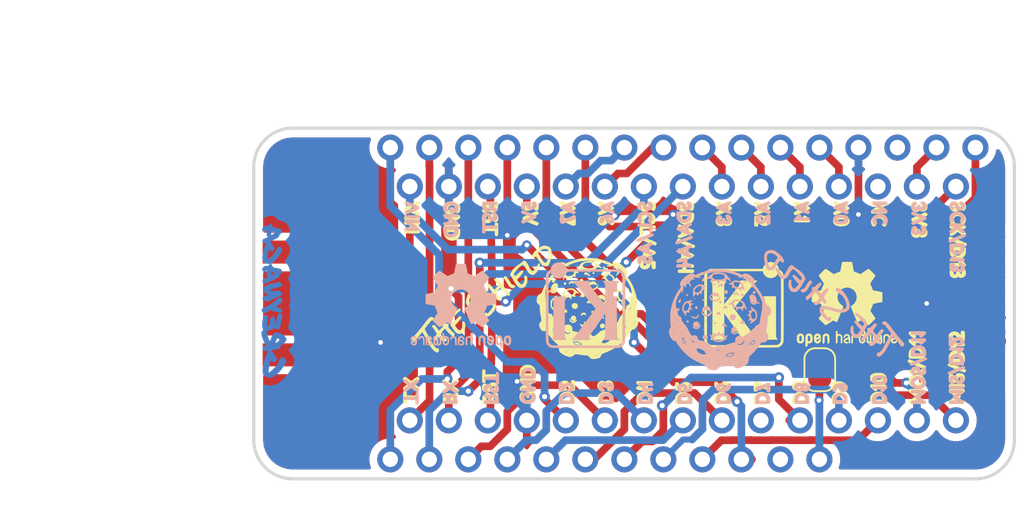
<source format=kicad_pcb>
(kicad_pcb (version 20171130) (host pcbnew 5.1.5-52549c5~84~ubuntu18.04.1)
  (layers (0 F.Cu signal) (31 B.Cu signal) (34 B.Paste user) (35 F.Paste user) (36 B.SilkS user) (37 F.SilkS user) (38 B.Mask user) (39 F.Mask user) (44 Edge.Cuts user))
  (net 0 "")
  (net 1 /TX)
  (net 2 /RX)
  (net 3 /A3)
  (net 4 /A2)
  (net 5 /A1)
  (net 6 /A0)
  (net 7 GND)
  (net 8 /AREF)
  (net 9 +3V3)
  (net 10 /EN)
  (net 11 /~RESET)
  (net 12 /A6)
  (net 13 /A7)
  (net 14 /SCK-D13)
  (net 15 /D2)
  (net 16 +5V)
  (net 17 /D10)
  (net 18 /D9)
  (net 19 /D8)
  (net 20 /D7)
  (net 21 /D6)
  (net 22 /D5)
  (net 23 /D3)
  (net 24 /SCL-A5)
  (net 25 /SDA-A4)
  (net 26 /D4)
  (net 27 /NC)
  (net 28 /D11-MOSI)
  (net 29 /D12-MISO)
  (net 30 /VIN)
  (net 31 "Net-(J2-Pad12)")
  (module NANO_FEATHER_R_1:PinHeader_1x16_P2.54mm_Vertical (layer B.Cu) (at 122.555 81.28 270)
    (fp_text reference J1 hide)
    (fp_text value "feather long" hide)
    (pad 1 thru_hole circle (at 0 0 270) (size 1.7 1.7) (drill 1) (layers *.Cu *.Mask) (net 15 /D2))
    (pad 2 thru_hole oval (at 0 -2.54 270) (size 1.7 1.7) (drill 1) (layers *.Cu *.Mask) (net 1 /TX))
    (pad 3 thru_hole oval (at 0 -5.08 270) (size 1.7 1.7) (drill 1) (layers *.Cu *.Mask) (net 2 /RX))
    (pad 4 thru_hole oval (at 0 -7.62 270) (size 1.7 1.7) (drill 1) (layers *.Cu *.Mask) (net 29 /D12-MISO))
    (pad 5 thru_hole oval (at 0 -10.16 270) (size 1.7 1.7) (drill 1) (layers *.Cu *.Mask) (net 28 /D11-MOSI))
    (pad 6 thru_hole oval (at 0 -12.7 270) (size 1.7 1.7) (drill 1) (layers *.Cu *.Mask) (net 14 /SCK-D13))
    (pad 7 thru_hole oval (at 0 -15.24 270) (size 1.7 1.7) (drill 1) (layers *.Cu *.Mask) (net 13 /A7))
    (pad 8 thru_hole oval (at 0 -17.78 270) (size 1.7 1.7) (drill 1) (layers *.Cu *.Mask) (net 12 /A6))
    (pad 9 thru_hole oval (at 0 -20.32 270) (size 1.7 1.7) (drill 1) (layers *.Cu *.Mask) (net 3 /A3))
    (pad 10 thru_hole oval (at 0 -22.86 270) (size 1.7 1.7) (drill 1) (layers *.Cu *.Mask) (net 4 /A2))
    (pad 11 thru_hole oval (at 0 -25.4 270) (size 1.7 1.7) (drill 1) (layers *.Cu *.Mask) (net 5 /A1))
    (pad 12 thru_hole oval (at 0 -27.94 270) (size 1.7 1.7) (drill 1) (layers *.Cu *.Mask) (net 6 /A0))
    (pad 13 thru_hole oval (at 0 -30.48 270) (size 1.7 1.7) (drill 1) (layers *.Cu *.Mask) (net 7 GND))
    (pad 14 thru_hole oval (at 0 -33.02 270) (size 1.7 1.7) (drill 1) (layers *.Cu *.Mask) (net 27 /NC))
    (pad 15 thru_hole oval (at 0 -35.56 270) (size 1.7 1.7) (drill 1) (layers *.Cu *.Mask) (net 9 +3V3))
    (pad 16 thru_hole oval (at 0 -38.1 270) (size 1.7 1.7) (drill 1) (layers *.Cu *.Mask) (net 11 /~RESET))
  )
  (module NANO_FEATHER_R_1:PinHeader_1x12_P2.54mm_Vertical (layer B.Cu) (at 122.555 101.6 270)
    (fp_text reference J2 hide)
    (fp_text value "feather short" hide)
    (pad 1 thru_hole circle (at 0 0 270) (size 1.7 1.7) (drill 1) (layers *.Cu *.Mask) (net 25 /SDA-A4))
    (pad 2 thru_hole oval (at 0 -2.54 270) (size 1.7 1.7) (drill 1) (layers *.Cu *.Mask) (net 24 /SCL-A5))
    (pad 3 thru_hole oval (at 0 -5.08 270) (size 1.7 1.7) (drill 1) (layers *.Cu *.Mask) (net 23 /D3))
    (pad 4 thru_hole oval (at 0 -7.62 270) (size 1.7 1.7) (drill 1) (layers *.Cu *.Mask) (net 26 /D4))
    (pad 5 thru_hole oval (at 0 -10.16 270) (size 1.7 1.7) (drill 1) (layers *.Cu *.Mask) (net 22 /D5))
    (pad 6 thru_hole oval (at 0 -12.7 270) (size 1.7 1.7) (drill 1) (layers *.Cu *.Mask) (net 21 /D6))
    (pad 7 thru_hole oval (at 0 -15.24 270) (size 1.7 1.7) (drill 1) (layers *.Cu *.Mask) (net 19 /D8))
    (pad 8 thru_hole oval (at 0 -17.78 270) (size 1.7 1.7) (drill 1) (layers *.Cu *.Mask) (net 18 /D9))
    (pad 9 thru_hole oval (at 0 -20.32 270) (size 1.7 1.7) (drill 1) (layers *.Cu *.Mask) (net 17 /D10))
    (pad 10 thru_hole oval (at 0 -22.86 270) (size 1.7 1.7) (drill 1) (layers *.Cu *.Mask) (net 16 +5V))
    (pad 11 thru_hole oval (at 0 -25.4 270) (size 1.7 1.7) (drill 1) (layers *.Cu *.Mask) (net 10 /EN))
    (pad 12 thru_hole oval (at 0 -27.94 270) (size 1.7 1.7) (drill 1) (layers *.Cu *.Mask) (net 31 "Net-(J2-Pad12)"))
  )
  (module NANO_FEATHER_R_1:PinSocket_1x15_P2.54mm_Vertical (layer F.Cu) (at 123.825 99.06 90)
    (fp_text reference J3 hide)
    (fp_text value Conn_01x15 hide)
    (pad 15 thru_hole oval (at 0 35.56 90) (size 1.7 1.7) (drill 1) (layers *.Cu *.Mask) (net 29 /D12-MISO))
    (pad 14 thru_hole oval (at 0 33.02 90) (size 1.7 1.7) (drill 1) (layers *.Cu *.Mask) (net 28 /D11-MOSI))
    (pad 13 thru_hole oval (at 0 30.48 90) (size 1.7 1.7) (drill 1) (layers *.Cu *.Mask) (net 17 /D10))
    (pad 12 thru_hole oval (at 0 27.94 90) (size 1.7 1.7) (drill 1) (layers *.Cu *.Mask) (net 18 /D9))
    (pad 11 thru_hole oval (at 0 25.4 90) (size 1.7 1.7) (drill 1) (layers *.Cu *.Mask) (net 19 /D8))
    (pad 10 thru_hole oval (at 0 22.86 90) (size 1.7 1.7) (drill 1) (layers *.Cu *.Mask) (net 20 /D7))
    (pad 9 thru_hole oval (at 0 20.32 90) (size 1.7 1.7) (drill 1) (layers *.Cu *.Mask) (net 21 /D6))
    (pad 8 thru_hole oval (at 0 17.78 90) (size 1.7 1.7) (drill 1) (layers *.Cu *.Mask) (net 22 /D5))
    (pad 7 thru_hole oval (at 0 15.24 90) (size 1.7 1.7) (drill 1) (layers *.Cu *.Mask) (net 26 /D4))
    (pad 6 thru_hole oval (at 0 12.7 90) (size 1.7 1.7) (drill 1) (layers *.Cu *.Mask) (net 23 /D3))
    (pad 5 thru_hole oval (at 0 10.16 90) (size 1.7 1.7) (drill 1) (layers *.Cu *.Mask) (net 15 /D2))
    (pad 4 thru_hole oval (at 0 7.62 90) (size 1.7 1.7) (drill 1) (layers *.Cu *.Mask) (net 7 GND))
    (pad 3 thru_hole oval (at 0 5.08 90) (size 1.7 1.7) (drill 1) (layers *.Cu *.Mask) (net 11 /~RESET))
    (pad 2 thru_hole oval (at 0 2.54 90) (size 1.7 1.7) (drill 1) (layers *.Cu *.Mask) (net 2 /RX))
    (pad 1 thru_hole circle (at 0 0 90) (size 1.7 1.7) (drill 1) (layers *.Cu *.Mask) (net 1 /TX))
  )
  (module NANO_FEATHER_R_1:PinSocket_1x15_P2.54mm_Vertical (layer F.Cu) (at 123.825 83.82 90)
    (fp_text reference J4 hide)
    (fp_text value Conn_01x15 hide)
    (pad 1 thru_hole circle (at 0 0 90) (size 1.7 1.7) (drill 1) (layers *.Cu *.Mask) (net 30 /VIN))
    (pad 2 thru_hole oval (at 0 2.54 90) (size 1.7 1.7) (drill 1) (layers *.Cu *.Mask) (net 7 GND))
    (pad 3 thru_hole oval (at 0 5.08 90) (size 1.7 1.7) (drill 1) (layers *.Cu *.Mask) (net 11 /~RESET))
    (pad 4 thru_hole oval (at 0 7.62 90) (size 1.7 1.7) (drill 1) (layers *.Cu *.Mask) (net 16 +5V))
    (pad 5 thru_hole oval (at 0 10.16 90) (size 1.7 1.7) (drill 1) (layers *.Cu *.Mask) (net 13 /A7))
    (pad 6 thru_hole oval (at 0 12.7 90) (size 1.7 1.7) (drill 1) (layers *.Cu *.Mask) (net 12 /A6))
    (pad 7 thru_hole oval (at 0 15.24 90) (size 1.7 1.7) (drill 1) (layers *.Cu *.Mask) (net 24 /SCL-A5))
    (pad 8 thru_hole oval (at 0 17.78 90) (size 1.7 1.7) (drill 1) (layers *.Cu *.Mask) (net 25 /SDA-A4))
    (pad 9 thru_hole oval (at 0 20.32 90) (size 1.7 1.7) (drill 1) (layers *.Cu *.Mask) (net 3 /A3))
    (pad 10 thru_hole oval (at 0 22.86 90) (size 1.7 1.7) (drill 1) (layers *.Cu *.Mask) (net 4 /A2))
    (pad 11 thru_hole oval (at 0 25.4 90) (size 1.7 1.7) (drill 1) (layers *.Cu *.Mask) (net 5 /A1))
    (pad 12 thru_hole oval (at 0 27.94 90) (size 1.7 1.7) (drill 1) (layers *.Cu *.Mask) (net 6 /A0))
    (pad 13 thru_hole oval (at 0 30.48 90) (size 1.7 1.7) (drill 1) (layers *.Cu *.Mask) (net 8 /AREF))
    (pad 14 thru_hole oval (at 0 33.02 90) (size 1.7 1.7) (drill 1) (layers *.Cu *.Mask) (net 9 +3V3))
    (pad 15 thru_hole oval (at 0 35.56 90) (size 1.7 1.7) (drill 1) (layers *.Cu *.Mask) (net 14 /SCK-D13))
  )
  (module NANO_FEATHER_R_1:JST-PH_S2B-PH-SM4-TB (layer F.Cu) (at 118.745 91.44 270)
    (fp_text reference J5)
    (fp_text value Conn_01x02)
    (pad 2 smd roundrect (at 1 -2.95 270) (size 1 3.5) (layers F.Cu F.Paste F.Mask) (roundrect_rratio 0.015) (net 7 GND))
    (pad 1 smd rect (at -1 -2.95 270) (size 1 3.5) (layers F.Cu F.Paste F.Mask) (net 30 /VIN))
    (pad 3 smd roundrect (at 3.35 2.8 270) (size 1.5 3.4) (layers F.Cu F.Paste F.Mask) (roundrect_rratio 0.015))
    (pad 4 smd roundrect (at -3.35 2.8 270) (size 1.5 3.4) (layers F.Cu F.Paste F.Mask) (roundrect_rratio 0.015))
  )
  (module NANO_FEATHER_R_1:Feather_CU (layer F.Cu) (at 161.925 92.075 90)
    (fp_text reference U1 hide)
    (fp_text value Feather_Cu hide)
    (fp_poly (pts (xy -2.121746 -0.890829) (xy -2.038408 -0.837713) (xy -1.955742 -0.758164) (xy -1.879104 -0.659529) (xy -1.81385 -0.549155) (xy -1.765337 -0.434388) (xy -1.738924 -0.322574) (xy -1.735666 -0.272847) (xy -1.738485 -0.207998) (xy -1.752034 -0.161884) (xy -1.783956 -0.117659) (xy -1.825625 -0.07453) (xy -1.884614 -0.023438) (xy -1.953312 0.018882) (xy -2.043911 0.05919) (xy -2.113835 0.085212) (xy -2.203348 0.117771) (xy -2.258321 0.140529) (xy -2.28439 0.157039) (xy -2.287187 0.170855) (xy -2.272585 0.18535) (xy -2.1751 0.244605) (xy -2.054956 0.290804) (xy -1.902799 0.327493) (xy -1.892231 0.32951) (xy -1.803766 0.347442) (xy -1.728303 0.365031) (xy -1.677732 0.379415) (xy -1.666875 0.383761) (xy -1.642516 0.390417) (xy -1.63196 0.371196) (xy -1.629833 0.324516) (xy -1.61883 0.25939) (xy -1.588051 0.168793) (xy -1.545166 0.071587) (xy -1.500255 -0.023982) (xy -1.473562 -0.089825) (xy -1.463162 -0.133448) (xy -1.467128 -0.162358) (xy -1.480361 -0.180976) (xy -1.494332 -0.21226) (xy -1.508161 -0.270047) (xy -1.51456 -0.310116) (xy -1.521156 -0.375905) (xy -1.516417 -0.414147) (xy -1.496789 -0.438905) (xy -1.478824 -0.45157) (xy -1.428512 -0.474409) (xy -1.345452 -0.501422) (xy -1.238741 -0.530382) (xy -1.117478 -0.559063) (xy -0.990762 -0.585239) (xy -0.867691 -0.606683) (xy -0.812269 -0.614683) (xy -0.720801 -0.626239) (xy -0.661302 -0.630999) (xy -0.623836 -0.628153) (xy -0.598463 -0.616894) (xy -0.575248 -0.596413) (xy -0.574144 -0.595312) (xy -0.535472 -0.56308) (xy -0.508 -0.550334) (xy -0.492998 -0.531976) (xy -0.486833 -0.48837) (xy -0.506846 -0.421488) (xy -0.566549 -0.368275) (xy -0.665444 -0.329103) (xy -0.715661 -0.31749) (xy -0.80382 -0.298097) (xy -0.892946 -0.275296) (xy -0.931333 -0.264101) (xy -1.003092 -0.243089) (xy -1.068148 -0.226272) (xy -1.084791 -0.222609) (xy -1.129665 -0.202318) (xy -1.143 -0.176594) (xy -1.137811 -0.159301) (xy -1.116562 -0.15085) (xy -1.070727 -0.15013) (xy -0.99178 -0.156033) (xy -0.987805 -0.156391) (xy -0.83261 -0.170455) (xy -0.754972 -0.097232) (xy -0.709939 -0.04865) (xy -0.681923 -0.00666) (xy -0.677333 0.008733) (xy -0.694469 0.035975) (xy -0.738936 0.073352) (xy -0.788458 0.105206) (xy -0.85313 0.139069) (xy -0.91041 0.158404) (xy -0.977158 0.167122) (xy -1.063936 0.169134) (xy -1.146916 0.169944) (xy -1.198616 0.174589) (xy -1.230089 0.186766) (xy -1.252387 0.210172) (xy -1.270232 0.238125) (xy -1.297488 0.286623) (xy -1.311681 0.319285) (xy -1.312254 0.322791) (xy -1.292802 0.333667) (xy -1.239807 0.33814) (xy -1.16152 0.33653) (xy -1.066194 0.32916) (xy -0.962081 0.316351) (xy -0.902404 0.306816) (xy -0.719762 0.274966) (xy -0.646662 0.352467) (xy -0.602204 0.406382) (xy -0.589599 0.448809) (xy -0.609765 0.491849) (xy -0.661316 0.545452) (xy -0.721437 0.581056) (xy -0.819488 0.612902) (xy -0.951156 0.639958) (xy -1.112125 0.661191) (xy -1.166731 0.66638) (xy -1.323669 0.669301) (xy -1.446685 0.64763) (xy -1.53642 0.60122) (xy -1.563262 0.575554) (xy -1.595519 0.540343) (xy -1.606853 0.536024) (xy -1.603481 0.561001) (xy -1.60248 0.565465) (xy -1.610823 0.622369) (xy -1.641582 0.666007) (xy -1.708122 0.706746) (xy -1.805235 0.718677) (xy -1.932482 0.701807) (xy -2.084916 0.657715) (xy -2.267028 0.587347) (xy -2.415594 0.514692) (xy -2.52238 0.4445) (xy -1.629833 0.4445) (xy -1.622089 0.461922) (xy -1.615722 0.458611) (xy -1.613189 0.433491) (xy -1.615722 0.430388) (xy -1.628306 0.433294) (xy -1.629833 0.4445) (xy -2.52238 0.4445) (xy -2.52649 0.441799) (xy -2.536982 0.433207) (xy -2.57904 0.399202) (xy -2.598124 0.391388) (xy -2.603297 0.408277) (xy -2.6035 0.422294) (xy -2.612938 0.469218) (xy -2.636469 0.530949) (xy -2.645351 0.549388) (xy -2.69741 0.617085) (xy -2.762413 0.649704) (xy -2.832645 0.6445) (xy -2.865742 0.627897) (xy -2.908259 0.578817) (xy -2.940047 0.501883) (xy -2.957144 0.411029) (xy -2.955586 0.320192) (xy -2.954773 0.314797) (xy -2.940769 0.22722) (xy -3.015837 0.293131) (xy -3.064305 0.333379) (xy -3.112079 0.36607) (xy -3.166956 0.394556) (xy -3.236735 0.422186) (xy -3.329215 0.452312) (xy -3.452195 0.488286) (xy -3.504157 0.502954) (xy -3.750142 0.567202) (xy -3.961604 0.612202) (xy -4.137885 0.637871) (xy -4.278329 0.644131) (xy -4.382277 0.6309) (xy -4.423833 0.615194) (xy -4.531041 0.536152) (xy -4.611896 0.427152) (xy -4.663526 0.293462) (xy -4.683056 0.14035) (xy -4.683062 0.139945) (xy -4.665814 0.03474) (xy -4.613664 -0.08318) (xy -4.530426 -0.209396) (xy -4.41991 -0.339493) (xy -4.285929 -0.469052) (xy -4.132293 -0.593656) (xy -3.962814 -0.708889) (xy -3.937 -0.724649) (xy -3.853717 -0.77559) (xy -3.779118 -0.822696) (xy -3.724152 -0.858986) (xy -3.706604 -0.87154) (xy -3.659707 -0.896716) (xy -3.609477 -0.909108) (xy -3.570194 -0.906908) (xy -3.556 -0.890586) (xy -3.539029 -0.869795) (xy -3.495868 -0.838931) (xy -3.466362 -0.821559) (xy -3.408478 -0.784188) (xy -3.378163 -0.745062) (xy -3.363095 -0.688259) (xy -3.363067 -0.688089) (xy -3.356344 -0.629111) (xy -3.356663 -0.587329) (xy -3.358052 -0.581547) (xy -3.37988 -0.562496) (xy -3.430628 -0.531143) (xy -3.500877 -0.493133) (xy -3.530138 -0.478408) (xy -3.629512 -0.426292) (xy -3.735999 -0.36562) (xy -3.827335 -0.309099) (xy -3.831166 -0.306569) (xy -3.918662 -0.240819) (xy -4.020006 -0.152701) (xy -4.124068 -0.053036) (xy -4.21972 0.047353) (xy -4.295832 0.137647) (xy -4.315285 0.164129) (xy -4.344131 0.209459) (xy -4.348331 0.232992) (xy -4.329838 0.245863) (xy -4.329637 0.245941) (xy -4.2801 0.252648) (xy -4.197926 0.250023) (xy -4.091562 0.23895) (xy -3.969454 0.220311) (xy -3.871191 0.201083) (xy -2.942166 0.201083) (xy -2.931583 0.211666) (xy -2.921 0.201083) (xy -2.931583 0.1905) (xy -2.942166 0.201083) (xy -3.871191 0.201083) (xy -3.840048 0.194989) (xy -3.83815 0.194575) (xy -3.728292 0.170009) (xy -3.654576 0.150388) (xy -3.611742 0.131818) (xy -3.594529 0.110409) (xy -3.59768 0.082267) (xy -3.615934 0.043499) (xy -3.621054 0.033904) (xy -3.645575 -0.02215) (xy -3.655076 -0.065717) (xy -3.653776 -0.075134) (xy -3.657495 -0.104702) (xy -3.66683 -0.111027) (xy -3.682872 -0.131917) (xy -3.66651 -0.168031) (xy -3.621839 -0.213143) (xy -3.578837 -0.244824) (xy -3.493752 -0.301131) (xy -3.332939 -0.219357) (xy -3.234864 -0.163267) (xy -3.130852 -0.094053) (xy -3.043039 -0.026468) (xy -3.041271 -0.024951) (xy -2.975565 0.029793) (xy -2.934617 0.058357) (xy -2.912634 0.063863) (xy -2.903822 0.049433) (xy -2.903769 0.049132) (xy -2.892785 -0.00798) (xy -2.876059 -0.087326) (xy -2.855794 -0.17931) (xy -2.847135 -0.217402) (xy -2.431879 -0.217402) (xy -2.428455 -0.196091) (xy -2.392496 -0.197033) (xy -2.321668 -0.21819) (xy -2.247269 -0.244983) (xy -2.163405 -0.280164) (xy -2.118547 -0.31221) (xy -2.110278 -0.346715) (xy -2.136178 -0.389274) (xy -2.17001 -0.423735) (xy -2.202043 -0.449574) (xy -2.229841 -0.455591) (xy -2.261091 -0.438004) (xy -2.303479 -0.393028) (xy -2.350468 -0.334919) (xy -2.405105 -0.262999) (xy -2.431879 -0.217402) (xy -2.847135 -0.217402) (xy -2.834191 -0.27434) (xy -2.813451 -0.362821) (xy -2.795775 -0.43516) (xy -2.783365 -0.481762) (xy -2.779233 -0.493603) (xy -2.752327 -0.504152) (xy -2.707043 -0.503149) (xy -2.672624 -0.501516) (xy -2.641452 -0.511413) (xy -2.607156 -0.538228) (xy -2.563366 -0.587351) (xy -2.50371 -0.664169) (xy -2.481227 -0.694143) (xy -2.393409 -0.797371) (xy -2.308953 -0.869082) (xy -2.232266 -0.905889) (xy -2.200397 -0.910167) (xy -2.121746 -0.890829)) (layer F.Cu) (width 0.01))
    (fp_poly (pts (xy 0.399473 -0.64259) (xy 0.450289 -0.608064) (xy 0.477986 -0.58455) (xy 0.521119 -0.539313) (xy 0.541378 -0.497844) (xy 0.536894 -0.453236) (xy 0.505799 -0.39858) (xy 0.446224 -0.32697) (xy 0.392804 -0.269594) (xy 0.302452 -0.162072) (xy 0.19943 -0.016647) (xy 0.085061 0.16463) (xy -0.039333 0.379708) (xy -0.115259 0.518583) (xy -0.176668 0.623768) (xy -0.227273 0.690613) (xy -0.266328 0.718174) (xy -0.27392 0.718838) (xy -0.299649 0.710599) (xy -0.346072 0.69172) (xy -0.349763 0.690119) (xy -0.408978 0.645739) (xy -0.45171 0.580077) (xy -0.465666 0.519735) (xy -0.456433 0.489891) (xy -0.431499 0.431902) (xy -0.395017 0.355014) (xy -0.363953 0.29319) (xy -0.26224 0.09525) (xy -0.309448 0.025684) (xy -0.340931 -0.032705) (xy -0.36812 -0.111423) (xy -0.392701 -0.216944) (xy -0.416361 -0.355741) (xy -0.425827 -0.421183) (xy -0.436109 -0.503077) (xy -0.438154 -0.554606) (xy -0.430883 -0.58713) (xy -0.413214 -0.612007) (xy -0.407081 -0.618327) (xy -0.381286 -0.64127) (xy -0.35702 -0.647287) (xy -0.320402 -0.635724) (xy -0.269717 -0.611835) (xy -0.21077 -0.579194) (xy -0.170171 -0.542704) (xy -0.141603 -0.492157) (xy -0.118752 -0.417349) (xy -0.101848 -0.340571) (xy -0.074083 -0.204892) (xy 0.000459 -0.31149) (xy 0.093153 -0.434849) (xy 0.18131 -0.534621) (xy 0.260888 -0.606966) (xy 0.327845 -0.648046) (xy 0.363365 -0.656167) (xy 0.399473 -0.64259)) (layer F.Cu) (width 0.01))
    (fp_poly (pts (xy 3.66816 -0.622863) (xy 3.722347 -0.592652) (xy 3.776264 -0.553667) (xy 3.816923 -0.515209) (xy 3.831456 -0.488366) (xy 3.837112 -0.440502) (xy 3.843871 -0.409894) (xy 3.844881 -0.387472) (xy 3.83111 -0.364956) (xy 3.79665 -0.337563) (xy 3.735591 -0.300511) (xy 3.651264 -0.254008) (xy 3.42846 -0.117567) (xy 3.244096 0.030529) (xy 3.099912 0.18669) (xy 3.005365 0.306916) (xy 3.127224 0.3175) (xy 3.19474 0.321182) (xy 3.243355 0.319761) (xy 3.259667 0.315328) (xy 3.285106 0.305429) (xy 3.338339 0.294262) (xy 3.376084 0.288531) (xy 3.461342 0.27398) (xy 3.547163 0.254483) (xy 3.57127 0.247774) (xy 3.660624 0.221059) (xy 3.629479 0.161026) (xy 3.60742 0.110356) (xy 3.598334 0.073427) (xy 3.58277 0.042498) (xy 3.574132 0.037793) (xy 3.560491 0.017505) (xy 3.575819 -0.017253) (xy 3.61381 -0.057544) (xy 3.667034 -0.093832) (xy 3.738653 -0.132401) (xy 3.89742 -0.045265) (xy 3.977731 0.001837) (xy 4.049034 0.048997) (xy 4.098582 0.087647) (xy 4.106117 0.095019) (xy 4.146047 0.130982) (xy 4.176755 0.14772) (xy 4.178815 0.147879) (xy 4.196354 0.129557) (xy 4.222842 0.084666) (xy 4.594595 0.084666) (xy 4.676816 0.084666) (xy 4.738628 0.081682) (xy 4.78514 0.074332) (xy 4.790411 0.072627) (xy 4.807668 0.050234) (xy 4.80623 0.000577) (xy 4.785682 -0.080533) (xy 4.770616 -0.126862) (xy 4.753802 -0.137133) (xy 4.722239 -0.110485) (xy 4.675212 -0.046161) (xy 4.636218 0.015875) (xy 4.594595 0.084666) (xy 4.222842 0.084666) (xy 4.22535 0.080416) (xy 4.261192 0.008798) (xy 4.28625 -0.046482) (xy 4.350628 -0.187867) (xy 4.40496 -0.292503) (xy 4.451742 -0.364078) (xy 4.493469 -0.406276) (xy 4.532638 -0.422783) (xy 4.541412 -0.423334) (xy 4.599482 -0.441946) (xy 4.666139 -0.493807) (xy 4.734023 -0.572952) (xy 4.744715 -0.58805) (xy 4.767459 -0.616139) (xy 4.79299 -0.626176) (xy 4.835582 -0.620425) (xy 4.878987 -0.609344) (xy 4.955869 -0.580383) (xy 5.00467 -0.536822) (xy 5.033596 -0.468493) (xy 5.046174 -0.402167) (xy 5.05785 -0.331545) (xy 5.075151 -0.240169) (xy 5.093131 -0.153459) (xy 5.113052 -0.071679) (xy 5.131008 -0.024136) (xy 5.150642 -0.003109) (xy 5.165582 0) (xy 5.21117 0.010752) (xy 5.266494 0.037261) (xy 5.317498 0.070902) (xy 5.350128 0.103052) (xy 5.355167 0.116314) (xy 5.340352 0.14578) (xy 5.302913 0.188459) (xy 5.281366 0.208579) (xy 5.236099 0.252436) (xy 5.217061 0.289759) (xy 5.216722 0.33956) (xy 5.219731 0.36423) (xy 5.212717 0.462551) (xy 5.167148 0.551801) (xy 5.08671 0.625679) (xy 5.05593 0.64412) (xy 5.001357 0.669285) (xy 4.959537 0.672327) (xy 4.912606 0.65697) (xy 4.868493 0.630687) (xy 4.85458 0.604446) (xy 4.855219 0.602213) (xy 4.848944 0.569471) (xy 4.824573 0.538458) (xy 4.790074 0.49957) (xy 4.792829 0.471306) (xy 4.834605 0.443623) (xy 4.841875 0.440078) (xy 4.885731 0.409326) (xy 4.900518 0.379344) (xy 4.885598 0.359895) (xy 4.847167 0.359286) (xy 4.796871 0.364915) (xy 4.72331 0.368796) (xy 4.668 0.369869) (xy 4.594629 0.367964) (xy 4.551772 0.35914) (xy 4.527754 0.339933) (xy 4.519384 0.325805) (xy 4.497046 0.299022) (xy 4.472811 0.307674) (xy 4.444917 0.353758) (xy 4.4116 0.439269) (xy 4.406825 0.45325) (xy 4.378228 0.525942) (xy 4.347086 0.587271) (xy 4.328591 0.613825) (xy 4.275184 0.647748) (xy 4.211591 0.654367) (xy 4.15036 0.637249) (xy 4.10404 0.599961) (xy 4.085178 0.54607) (xy 4.085167 0.544624) (xy 4.073535 0.507017) (xy 4.063943 0.497381) (xy 4.054247 0.46916) (xy 4.063561 0.44532) (xy 4.074294 0.421948) (xy 4.066053 0.417615) (xy 4.031052 0.43221) (xy 4.00541 0.444482) (xy 3.949058 0.466851) (xy 3.861605 0.495915) (xy 3.75318 0.528767) (xy 3.633915 0.562502) (xy 3.513937 0.594216) (xy 3.403377 0.621002) (xy 3.34801 0.633042) (xy 3.177252 0.656077) (xy 3.035553 0.648692) (xy 2.921993 0.610355) (xy 2.835651 0.540533) (xy 2.775605 0.438695) (xy 2.740935 0.304307) (xy 2.737748 0.280321) (xy 2.725247 0.17477) (xy 2.659082 0.21868) (xy 2.617388 0.251234) (xy 2.600103 0.285978) (xy 2.59939 0.34104) (xy 2.60041 0.354429) (xy 2.599037 0.428629) (xy 2.586209 0.496943) (xy 2.58174 0.509433) (xy 2.534436 0.581251) (xy 2.466103 0.634215) (xy 2.38855 0.662531) (xy 2.313585 0.660402) (xy 2.291292 0.651964) (xy 2.254715 0.621023) (xy 2.243667 0.592712) (xy 2.228912 0.552112) (xy 2.201833 0.519035) (xy 2.17268 0.479601) (xy 2.182123 0.453138) (xy 2.223005 0.4445) (xy 2.257679 0.430868) (xy 2.287336 0.400166) (xy 2.299782 0.367682) (xy 2.294779 0.354501) (xy 2.269103 0.351793) (xy 2.219252 0.358818) (xy 2.205565 0.361796) (xy 2.089056 0.380062) (xy 1.993962 0.377135) (xy 1.926794 0.353574) (xy 1.9072 0.336126) (xy 1.870864 0.291253) (xy 1.835815 0.344745) (xy 1.808684 0.39913) (xy 1.783148 0.470572) (xy 1.776525 0.494508) (xy 1.739179 0.581719) (xy 1.681545 0.635806) (xy 1.607713 0.653267) (xy 1.592254 0.652163) (xy 1.539947 0.628763) (xy 1.491844 0.580091) (xy 1.458342 0.520578) (xy 1.449834 0.464657) (xy 1.451545 0.456808) (xy 1.458041 0.437795) (xy 1.470115 0.407721) (xy 1.489537 0.362653) (xy 1.518079 0.298662) (xy 1.55751 0.211816) (xy 1.609601 0.098185) (xy 1.615831 0.084666) (xy 1.986958 0.084666) (xy 2.082313 0.084666) (xy 2.14239 0.08057) (xy 2.182717 0.070237) (xy 2.190079 0.064585) (xy 2.19264 0.033611) (xy 2.184928 -0.021884) (xy 2.178026 -0.052651) (xy 2.16194 -0.109865) (xy 2.148085 -0.132581) (xy 2.130068 -0.127747) (xy 2.118128 -0.117739) (xy 2.085957 -0.079631) (xy 2.047704 -0.022461) (xy 2.034826 -0.000503) (xy 1.986958 0.084666) (xy 1.615831 0.084666) (xy 1.676123 -0.046162) (xy 1.7541 -0.214894) (xy 1.802554 -0.312251) (xy 1.84367 -0.375308) (xy 1.882782 -0.410158) (xy 1.925225 -0.422892) (xy 1.936621 -0.423334) (xy 1.98705 -0.442663) (xy 2.053138 -0.500816) (xy 2.078919 -0.529115) (xy 2.171453 -0.634896) (xy 2.286935 -0.597906) (xy 2.352312 -0.575455) (xy 2.388664 -0.553654) (xy 2.407341 -0.520433) (xy 2.419696 -0.46372) (xy 2.421235 -0.455084) (xy 2.447999 -0.307167) (xy 2.469648 -0.195799) (xy 2.487802 -0.115736) (xy 2.504083 -0.061732) (xy 2.520111 -0.028544) (xy 2.537508 -0.010926) (xy 2.557894 -0.003634) (xy 2.560907 -0.003163) (xy 2.616455 0.014679) (xy 2.66999 0.044462) (xy 2.718898 0.07484) (xy 2.753577 0.078459) (xy 2.784998 0.05153) (xy 2.823427 -0.008529) (xy 2.863581 -0.064343) (xy 2.92547 -0.135911) (xy 2.998636 -0.211502) (xy 3.035654 -0.246654) (xy 3.107846 -0.308139) (xy 3.195891 -0.375725) (xy 3.292245 -0.444455) (xy 3.389366 -0.509373) (xy 3.479707 -0.565522) (xy 3.555727 -0.607944) (xy 3.60988 -0.631684) (xy 3.626691 -0.635) (xy 3.66816 -0.622863)) (layer F.Cu) (width 0.01))
    (fp_poly (pts (xy 1.335828 -0.643134) (xy 1.379237 -0.614506) (xy 1.392099 -0.604126) (xy 1.437408 -0.569698) (xy 1.470185 -0.551294) (xy 1.474867 -0.550334) (xy 1.497254 -0.533868) (xy 1.527128 -0.493595) (xy 1.530955 -0.487277) (xy 1.554062 -0.436674) (xy 1.555768 -0.386582) (xy 1.545286 -0.33911) (xy 1.527444 -0.286434) (xy 1.510229 -0.256554) (xy 1.505428 -0.254) (xy 1.495197 -0.234561) (xy 1.482167 -0.182563) (xy 1.468521 -0.107486) (xy 1.462774 -0.068792) (xy 1.422135 0.142668) (xy 1.364215 0.316975) (xy 1.289273 0.453549) (xy 1.19757 0.551814) (xy 1.176519 0.567315) (xy 1.102366 0.606632) (xy 1.035578 0.613173) (xy 0.96827 0.585228) (xy 0.892558 0.521086) (xy 0.873656 0.501593) (xy 0.818819 0.43948) (xy 0.775611 0.382939) (xy 0.753078 0.343849) (xy 0.752743 0.342843) (xy 0.735798 0.30663) (xy 0.723532 0.296496) (xy 0.703375 0.31427) (xy 0.674481 0.358938) (xy 0.643554 0.417979) (xy 0.617299 0.47887) (xy 0.604619 0.518583) (xy 0.573546 0.588303) (xy 0.524484 0.637881) (xy 0.469832 0.656166) (xy 0.424481 0.641095) (xy 0.39733 0.619125) (xy 0.353398 0.55603) (xy 0.313375 0.476802) (xy 0.284819 0.398533) (xy 0.275167 0.342806) (xy 0.284238 0.306108) (xy 0.30973 0.237657) (xy 0.349065 0.143529) (xy 0.39966 0.0298) (xy 0.458936 -0.097454) (xy 0.486834 -0.15561) (xy 0.547341 -0.281518) (xy 0.601105 -0.395078) (xy 0.645515 -0.490638) (xy 0.67796 -0.562544) (xy 0.69583 -0.605144) (xy 0.6985 -0.61399) (xy 0.710304 -0.632728) (xy 0.748235 -0.627352) (xy 0.816075 -0.597265) (xy 0.821052 -0.594727) (xy 0.92204 -0.527172) (xy 0.98264 -0.447925) (xy 1.003601 -0.355287) (xy 0.985671 -0.247564) (xy 0.98069 -0.232834) (xy 0.968619 -0.180527) (xy 0.959978 -0.107885) (xy 0.954951 -0.025481) (xy 0.953719 0.056112) (xy 0.956467 0.126323) (xy 0.963377 0.174579) (xy 0.973367 0.1905) (xy 1.006623 0.171284) (xy 1.045245 0.119379) (xy 1.085319 0.043401) (xy 1.122928 -0.048037) (xy 1.154155 -0.14632) (xy 1.175085 -0.242834) (xy 1.177292 -0.2581) (xy 1.190802 -0.330126) (xy 1.212326 -0.413565) (xy 1.238358 -0.49791) (xy 1.265391 -0.572657) (xy 1.289917 -0.627301) (xy 1.308428 -0.651335) (xy 1.308597 -0.651394) (xy 1.335828 -0.643134)) (layer F.Cu) (width 0.01))
  )
  (module NANO_FEATHER_R_1:Feather_Silks (layer F.Cu) (at 141.6812 91.3384)
    (fp_text reference U2 hide)
    (fp_text value Feather_Silks hide)
  )
  (module NANO_FEATHER_R_1:Ki-2500 (layer F.Cu) (at 145.5928 91.5416)
    (fp_text reference U3 hide)
    (fp_text value KiCadLogo hide)
  )
  (module NANO_FEATHER_R_1:Moon_Firma_SilkS (layer F.Cu) (at 135.89 91.44)
    (fp_text reference U4 hide)
    (fp_text value Moon_Firma hide)
  )
  (module NANO_FEATHER_R_1:Moon_The_Shield_SilkS (layer F.Cu) (at 129.794 91.44)
    (fp_text reference U5 hide)
    (fp_text value Feather_Silks hide)
  )
  (module NANO_FEATHER_R_1:OSHW-Logo2_7.3x6mm_SilkScreen (layer F.Cu) (at 152.2984 91.4908)
    (fp_text reference U6 hide)
    (fp_text value KiCadLogo hide)
  )
  (module NANO_FEATHER_R_1:Feather_CU (layer B.Cu) (at 114.8842 91.5924 90)
    (fp_text reference U7 hide)
    (fp_text value Feather_Cu hide)
    (fp_poly (pts (xy -2.121746 0.890829) (xy -2.038408 0.837713) (xy -1.955742 0.758164) (xy -1.879104 0.659529) (xy -1.81385 0.549155) (xy -1.765337 0.434388) (xy -1.738924 0.322574) (xy -1.735666 0.272847) (xy -1.738485 0.207998) (xy -1.752034 0.161884) (xy -1.783956 0.117659) (xy -1.825625 0.07453) (xy -1.884614 0.023438) (xy -1.953312 -0.018882) (xy -2.043911 -0.05919) (xy -2.113835 -0.085212) (xy -2.203348 -0.117771) (xy -2.258321 -0.140529) (xy -2.28439 -0.157039) (xy -2.287187 -0.170855) (xy -2.272585 -0.18535) (xy -2.1751 -0.244605) (xy -2.054956 -0.290804) (xy -1.902799 -0.327493) (xy -1.892231 -0.32951) (xy -1.803766 -0.347442) (xy -1.728303 -0.365031) (xy -1.677732 -0.379415) (xy -1.666875 -0.383761) (xy -1.642516 -0.390417) (xy -1.63196 -0.371196) (xy -1.629833 -0.324516) (xy -1.61883 -0.25939) (xy -1.588051 -0.168793) (xy -1.545166 -0.071587) (xy -1.500255 0.023982) (xy -1.473562 0.089825) (xy -1.463162 0.133448) (xy -1.467128 0.162358) (xy -1.480361 0.180976) (xy -1.494332 0.21226) (xy -1.508161 0.270047) (xy -1.51456 0.310116) (xy -1.521156 0.375905) (xy -1.516417 0.414147) (xy -1.496789 0.438905) (xy -1.478824 0.45157) (xy -1.428512 0.474409) (xy -1.345452 0.501422) (xy -1.238741 0.530382) (xy -1.117478 0.559063) (xy -0.990762 0.585239) (xy -0.867691 0.606683) (xy -0.812269 0.614683) (xy -0.720801 0.626239) (xy -0.661302 0.630999) (xy -0.623836 0.628153) (xy -0.598463 0.616894) (xy -0.575248 0.596413) (xy -0.574144 0.595312) (xy -0.535472 0.56308) (xy -0.508 0.550334) (xy -0.492998 0.531976) (xy -0.486833 0.48837) (xy -0.506846 0.421488) (xy -0.566549 0.368275) (xy -0.665444 0.329103) (xy -0.715661 0.31749) (xy -0.80382 0.298097) (xy -0.892946 0.275296) (xy -0.931333 0.264101) (xy -1.003092 0.243089) (xy -1.068148 0.226272) (xy -1.084791 0.222609) (xy -1.129665 0.202318) (xy -1.143 0.176594) (xy -1.137811 0.159301) (xy -1.116562 0.15085) (xy -1.070727 0.15013) (xy -0.99178 0.156033) (xy -0.987805 0.156391) (xy -0.83261 0.170455) (xy -0.754972 0.097232) (xy -0.709939 0.04865) (xy -0.681923 0.00666) (xy -0.677333 -0.008733) (xy -0.694469 -0.035975) (xy -0.738936 -0.073352) (xy -0.788458 -0.105206) (xy -0.85313 -0.139069) (xy -0.91041 -0.158404) (xy -0.977158 -0.167122) (xy -1.063936 -0.169134) (xy -1.146916 -0.169944) (xy -1.198616 -0.174589) (xy -1.230089 -0.186766) (xy -1.252387 -0.210172) (xy -1.270232 -0.238125) (xy -1.297488 -0.286623) (xy -1.311681 -0.319285) (xy -1.312254 -0.322791) (xy -1.292802 -0.333667) (xy -1.239807 -0.33814) (xy -1.16152 -0.33653) (xy -1.066194 -0.32916) (xy -0.962081 -0.316351) (xy -0.902404 -0.306816) (xy -0.719762 -0.274966) (xy -0.646662 -0.352467) (xy -0.602204 -0.406382) (xy -0.589599 -0.448809) (xy -0.609765 -0.491849) (xy -0.661316 -0.545452) (xy -0.721437 -0.581056) (xy -0.819488 -0.612902) (xy -0.951156 -0.639958) (xy -1.112125 -0.661191) (xy -1.166731 -0.66638) (xy -1.323669 -0.669301) (xy -1.446685 -0.64763) (xy -1.53642 -0.60122) (xy -1.563262 -0.575554) (xy -1.595519 -0.540343) (xy -1.606853 -0.536024) (xy -1.603481 -0.561001) (xy -1.60248 -0.565465) (xy -1.610823 -0.622369) (xy -1.641582 -0.666007) (xy -1.708122 -0.706746) (xy -1.805235 -0.718677) (xy -1.932482 -0.701807) (xy -2.084916 -0.657715) (xy -2.267028 -0.587347) (xy -2.415594 -0.514692) (xy -2.52238 -0.4445) (xy -1.629833 -0.4445) (xy -1.622089 -0.461922) (xy -1.615722 -0.458611) (xy -1.613189 -0.433491) (xy -1.615722 -0.430388) (xy -1.628306 -0.433294) (xy -1.629833 -0.4445) (xy -2.52238 -0.4445) (xy -2.52649 -0.441799) (xy -2.536982 -0.433207) (xy -2.57904 -0.399202) (xy -2.598124 -0.391388) (xy -2.603297 -0.408277) (xy -2.6035 -0.422294) (xy -2.612938 -0.469218) (xy -2.636469 -0.530949) (xy -2.645351 -0.549388) (xy -2.69741 -0.617085) (xy -2.762413 -0.649704) (xy -2.832645 -0.6445) (xy -2.865742 -0.627897) (xy -2.908259 -0.578817) (xy -2.940047 -0.501883) (xy -2.957144 -0.411029) (xy -2.955586 -0.320192) (xy -2.954773 -0.314797) (xy -2.940769 -0.22722) (xy -3.015837 -0.293131) (xy -3.064305 -0.333379) (xy -3.112079 -0.36607) (xy -3.166956 -0.394556) (xy -3.236735 -0.422186) (xy -3.329215 -0.452312) (xy -3.452195 -0.488286) (xy -3.504157 -0.502954) (xy -3.750142 -0.567202) (xy -3.961604 -0.612202) (xy -4.137885 -0.637871) (xy -4.278329 -0.644131) (xy -4.382277 -0.6309) (xy -4.423833 -0.615194) (xy -4.531041 -0.536152) (xy -4.611896 -0.427152) (xy -4.663526 -0.293462) (xy -4.683056 -0.14035) (xy -4.683062 -0.139945) (xy -4.665814 -0.03474) (xy -4.613664 0.08318) (xy -4.530426 0.209396) (xy -4.41991 0.339493) (xy -4.285929 0.469052) (xy -4.132293 0.593656) (xy -3.962814 0.708889) (xy -3.937 0.724649) (xy -3.853717 0.77559) (xy -3.779118 0.822696) (xy -3.724152 0.858986) (xy -3.706604 0.87154) (xy -3.659707 0.896716) (xy -3.609477 0.909108) (xy -3.570194 0.906908) (xy -3.556 0.890586) (xy -3.539029 0.869795) (xy -3.495868 0.838931) (xy -3.466362 0.821559) (xy -3.408478 0.784188) (xy -3.378163 0.745062) (xy -3.363095 0.688259) (xy -3.363067 0.688089) (xy -3.356344 0.629111) (xy -3.356663 0.587329) (xy -3.358052 0.581547) (xy -3.37988 0.562496) (xy -3.430628 0.531143) (xy -3.500877 0.493133) (xy -3.530138 0.478408) (xy -3.629512 0.426292) (xy -3.735999 0.36562) (xy -3.827335 0.309099) (xy -3.831166 0.306569) (xy -3.918662 0.240819) (xy -4.020006 0.152701) (xy -4.124068 0.053036) (xy -4.21972 -0.047353) (xy -4.295832 -0.137647) (xy -4.315285 -0.164129) (xy -4.344131 -0.209459) (xy -4.348331 -0.232992) (xy -4.329838 -0.245863) (xy -4.329637 -0.245941) (xy -4.2801 -0.252648) (xy -4.197926 -0.250023) (xy -4.091562 -0.23895) (xy -3.969454 -0.220311) (xy -3.871191 -0.201083) (xy -2.942166 -0.201083) (xy -2.931583 -0.211666) (xy -2.921 -0.201083) (xy -2.931583 -0.1905) (xy -2.942166 -0.201083) (xy -3.871191 -0.201083) (xy -3.840048 -0.194989) (xy -3.83815 -0.194575) (xy -3.728292 -0.170009) (xy -3.654576 -0.150388) (xy -3.611742 -0.131818) (xy -3.594529 -0.110409) (xy -3.59768 -0.082267) (xy -3.615934 -0.043499) (xy -3.621054 -0.033904) (xy -3.645575 0.02215) (xy -3.655076 0.065717) (xy -3.653776 0.075134) (xy -3.657495 0.104702) (xy -3.66683 0.111027) (xy -3.682872 0.131917) (xy -3.66651 0.168031) (xy -3.621839 0.213143) (xy -3.578837 0.244824) (xy -3.493752 0.301131) (xy -3.332939 0.219357) (xy -3.234864 0.163267) (xy -3.130852 0.094053) (xy -3.043039 0.026468) (xy -3.041271 0.024951) (xy -2.975565 -0.029793) (xy -2.934617 -0.058357) (xy -2.912634 -0.063863) (xy -2.903822 -0.049433) (xy -2.903769 -0.049132) (xy -2.892785 0.00798) (xy -2.876059 0.087326) (xy -2.855794 0.17931) (xy -2.847135 0.217402) (xy -2.431879 0.217402) (xy -2.428455 0.196091) (xy -2.392496 0.197033) (xy -2.321668 0.21819) (xy -2.247269 0.244983) (xy -2.163405 0.280164) (xy -2.118547 0.31221) (xy -2.110278 0.346715) (xy -2.136178 0.389274) (xy -2.17001 0.423735) (xy -2.202043 0.449574) (xy -2.229841 0.455591) (xy -2.261091 0.438004) (xy -2.303479 0.393028) (xy -2.350468 0.334919) (xy -2.405105 0.262999) (xy -2.431879 0.217402) (xy -2.847135 0.217402) (xy -2.834191 0.27434) (xy -2.813451 0.362821) (xy -2.795775 0.43516) (xy -2.783365 0.481762) (xy -2.779233 0.493603) (xy -2.752327 0.504152) (xy -2.707043 0.503149) (xy -2.672624 0.501516) (xy -2.641452 0.511413) (xy -2.607156 0.538228) (xy -2.563366 0.587351) (xy -2.50371 0.664169) (xy -2.481227 0.694143) (xy -2.393409 0.797371) (xy -2.308953 0.869082) (xy -2.232266 0.905889) (xy -2.200397 0.910167) (xy -2.121746 0.890829)) (layer B.Cu) (width 0.01))
    (fp_poly (pts (xy 0.399473 0.64259) (xy 0.450289 0.608064) (xy 0.477986 0.58455) (xy 0.521119 0.539313) (xy 0.541378 0.497844) (xy 0.536894 0.453236) (xy 0.505799 0.39858) (xy 0.446224 0.32697) (xy 0.392804 0.269594) (xy 0.302452 0.162072) (xy 0.19943 0.016647) (xy 0.085061 -0.16463) (xy -0.039333 -0.379708) (xy -0.115259 -0.518583) (xy -0.176668 -0.623768) (xy -0.227273 -0.690613) (xy -0.266328 -0.718174) (xy -0.27392 -0.718838) (xy -0.299649 -0.710599) (xy -0.346072 -0.69172) (xy -0.349763 -0.690119) (xy -0.408978 -0.645739) (xy -0.45171 -0.580077) (xy -0.465666 -0.519735) (xy -0.456433 -0.489891) (xy -0.431499 -0.431902) (xy -0.395017 -0.355014) (xy -0.363953 -0.29319) (xy -0.26224 -0.09525) (xy -0.309448 -0.025684) (xy -0.340931 0.032705) (xy -0.36812 0.111423) (xy -0.392701 0.216944) (xy -0.416361 0.355741) (xy -0.425827 0.421183) (xy -0.436109 0.503077) (xy -0.438154 0.554606) (xy -0.430883 0.58713) (xy -0.413214 0.612007) (xy -0.407081 0.618327) (xy -0.381286 0.64127) (xy -0.35702 0.647287) (xy -0.320402 0.635724) (xy -0.269717 0.611835) (xy -0.21077 0.579194) (xy -0.170171 0.542704) (xy -0.141603 0.492157) (xy -0.118752 0.417349) (xy -0.101848 0.340571) (xy -0.074083 0.204892) (xy 0.000459 0.31149) (xy 0.093153 0.434849) (xy 0.18131 0.534621) (xy 0.260888 0.606966) (xy 0.327845 0.648046) (xy 0.363365 0.656167) (xy 0.399473 0.64259)) (layer B.Cu) (width 0.01))
    (fp_poly (pts (xy 3.66816 0.622863) (xy 3.722347 0.592652) (xy 3.776264 0.553667) (xy 3.816923 0.515209) (xy 3.831456 0.488366) (xy 3.837112 0.440502) (xy 3.843871 0.409894) (xy 3.844881 0.387472) (xy 3.83111 0.364956) (xy 3.79665 0.337563) (xy 3.735591 0.300511) (xy 3.651264 0.254008) (xy 3.42846 0.117567) (xy 3.244096 -0.030529) (xy 3.099912 -0.18669) (xy 3.005365 -0.306916) (xy 3.127224 -0.3175) (xy 3.19474 -0.321182) (xy 3.243355 -0.319761) (xy 3.259667 -0.315328) (xy 3.285106 -0.305429) (xy 3.338339 -0.294262) (xy 3.376084 -0.288531) (xy 3.461342 -0.27398) (xy 3.547163 -0.254483) (xy 3.57127 -0.247774) (xy 3.660624 -0.221059) (xy 3.629479 -0.161026) (xy 3.60742 -0.110356) (xy 3.598334 -0.073427) (xy 3.58277 -0.042498) (xy 3.574132 -0.037793) (xy 3.560491 -0.017505) (xy 3.575819 0.017253) (xy 3.61381 0.057544) (xy 3.667034 0.093832) (xy 3.738653 0.132401) (xy 3.89742 0.045265) (xy 3.977731 -0.001837) (xy 4.049034 -0.048997) (xy 4.098582 -0.087647) (xy 4.106117 -0.095019) (xy 4.146047 -0.130982) (xy 4.176755 -0.14772) (xy 4.178815 -0.147879) (xy 4.196354 -0.129557) (xy 4.222842 -0.084666) (xy 4.594595 -0.084666) (xy 4.676816 -0.084666) (xy 4.738628 -0.081682) (xy 4.78514 -0.074332) (xy 4.790411 -0.072627) (xy 4.807668 -0.050234) (xy 4.80623 -0.000577) (xy 4.785682 0.080533) (xy 4.770616 0.126862) (xy 4.753802 0.137133) (xy 4.722239 0.110485) (xy 4.675212 0.046161) (xy 4.636218 -0.015875) (xy 4.594595 -0.084666) (xy 4.222842 -0.084666) (xy 4.22535 -0.080416) (xy 4.261192 -0.008798) (xy 4.28625 0.046482) (xy 4.350628 0.187867) (xy 4.40496 0.292503) (xy 4.451742 0.364078) (xy 4.493469 0.406276) (xy 4.532638 0.422783) (xy 4.541412 0.423334) (xy 4.599482 0.441946) (xy 4.666139 0.493807) (xy 4.734023 0.572952) (xy 4.744715 0.58805) (xy 4.767459 0.616139) (xy 4.79299 0.626176) (xy 4.835582 0.620425) (xy 4.878987 0.609344) (xy 4.955869 0.580383) (xy 5.00467 0.536822) (xy 5.033596 0.468493) (xy 5.046174 0.402167) (xy 5.05785 0.331545) (xy 5.075151 0.240169) (xy 5.093131 0.153459) (xy 5.113052 0.071679) (xy 5.131008 0.024136) (xy 5.150642 0.003109) (xy 5.165582 0) (xy 5.21117 -0.010752) (xy 5.266494 -0.037261) (xy 5.317498 -0.070902) (xy 5.350128 -0.103052) (xy 5.355167 -0.116314) (xy 5.340352 -0.14578) (xy 5.302913 -0.188459) (xy 5.281366 -0.208579) (xy 5.236099 -0.252436) (xy 5.217061 -0.289759) (xy 5.216722 -0.33956) (xy 5.219731 -0.36423) (xy 5.212717 -0.462551) (xy 5.167148 -0.551801) (xy 5.08671 -0.625679) (xy 5.05593 -0.64412) (xy 5.001357 -0.669285) (xy 4.959537 -0.672327) (xy 4.912606 -0.65697) (xy 4.868493 -0.630687) (xy 4.85458 -0.604446) (xy 4.855219 -0.602213) (xy 4.848944 -0.569471) (xy 4.824573 -0.538458) (xy 4.790074 -0.49957) (xy 4.792829 -0.471306) (xy 4.834605 -0.443623) (xy 4.841875 -0.440078) (xy 4.885731 -0.409326) (xy 4.900518 -0.379344) (xy 4.885598 -0.359895) (xy 4.847167 -0.359286) (xy 4.796871 -0.364915) (xy 4.72331 -0.368796) (xy 4.668 -0.369869) (xy 4.594629 -0.367964) (xy 4.551772 -0.35914) (xy 4.527754 -0.339933) (xy 4.519384 -0.325805) (xy 4.497046 -0.299022) (xy 4.472811 -0.307674) (xy 4.444917 -0.353758) (xy 4.4116 -0.439269) (xy 4.406825 -0.45325) (xy 4.378228 -0.525942) (xy 4.347086 -0.587271) (xy 4.328591 -0.613825) (xy 4.275184 -0.647748) (xy 4.211591 -0.654367) (xy 4.15036 -0.637249) (xy 4.10404 -0.599961) (xy 4.085178 -0.54607) (xy 4.085167 -0.544624) (xy 4.073535 -0.507017) (xy 4.063943 -0.497381) (xy 4.054247 -0.46916) (xy 4.063561 -0.44532) (xy 4.074294 -0.421948) (xy 4.066053 -0.417615) (xy 4.031052 -0.43221) (xy 4.00541 -0.444482) (xy 3.949058 -0.466851) (xy 3.861605 -0.495915) (xy 3.75318 -0.528767) (xy 3.633915 -0.562502) (xy 3.513937 -0.594216) (xy 3.403377 -0.621002) (xy 3.34801 -0.633042) (xy 3.177252 -0.656077) (xy 3.035553 -0.648692) (xy 2.921993 -0.610355) (xy 2.835651 -0.540533) (xy 2.775605 -0.438695) (xy 2.740935 -0.304307) (xy 2.737748 -0.280321) (xy 2.725247 -0.17477) (xy 2.659082 -0.21868) (xy 2.617388 -0.251234) (xy 2.600103 -0.285978) (xy 2.59939 -0.34104) (xy 2.60041 -0.354429) (xy 2.599037 -0.428629) (xy 2.586209 -0.496943) (xy 2.58174 -0.509433) (xy 2.534436 -0.581251) (xy 2.466103 -0.634215) (xy 2.38855 -0.662531) (xy 2.313585 -0.660402) (xy 2.291292 -0.651964) (xy 2.254715 -0.621023) (xy 2.243667 -0.592712) (xy 2.228912 -0.552112) (xy 2.201833 -0.519035) (xy 2.17268 -0.479601) (xy 2.182123 -0.453138) (xy 2.223005 -0.4445) (xy 2.257679 -0.430868) (xy 2.287336 -0.400166) (xy 2.299782 -0.367682) (xy 2.294779 -0.354501) (xy 2.269103 -0.351793) (xy 2.219252 -0.358818) (xy 2.205565 -0.361796) (xy 2.089056 -0.380062) (xy 1.993962 -0.377135) (xy 1.926794 -0.353574) (xy 1.9072 -0.336126) (xy 1.870864 -0.291253) (xy 1.835815 -0.344745) (xy 1.808684 -0.39913) (xy 1.783148 -0.470572) (xy 1.776525 -0.494508) (xy 1.739179 -0.581719) (xy 1.681545 -0.635806) (xy 1.607713 -0.653267) (xy 1.592254 -0.652163) (xy 1.539947 -0.628763) (xy 1.491844 -0.580091) (xy 1.458342 -0.520578) (xy 1.449834 -0.464657) (xy 1.451545 -0.456808) (xy 1.458041 -0.437795) (xy 1.470115 -0.407721) (xy 1.489537 -0.362653) (xy 1.518079 -0.298662) (xy 1.55751 -0.211816) (xy 1.609601 -0.098185) (xy 1.615831 -0.084666) (xy 1.986958 -0.084666) (xy 2.082313 -0.084666) (xy 2.14239 -0.08057) (xy 2.182717 -0.070237) (xy 2.190079 -0.064585) (xy 2.19264 -0.033611) (xy 2.184928 0.021884) (xy 2.178026 0.052651) (xy 2.16194 0.109865) (xy 2.148085 0.132581) (xy 2.130068 0.127747) (xy 2.118128 0.117739) (xy 2.085957 0.079631) (xy 2.047704 0.022461) (xy 2.034826 0.000503) (xy 1.986958 -0.084666) (xy 1.615831 -0.084666) (xy 1.676123 0.046162) (xy 1.7541 0.214894) (xy 1.802554 0.312251) (xy 1.84367 0.375308) (xy 1.882782 0.410158) (xy 1.925225 0.422892) (xy 1.936621 0.423334) (xy 1.98705 0.442663) (xy 2.053138 0.500816) (xy 2.078919 0.529115) (xy 2.171453 0.634896) (xy 2.286935 0.597906) (xy 2.352312 0.575455) (xy 2.388664 0.553654) (xy 2.407341 0.520433) (xy 2.419696 0.46372) (xy 2.421235 0.455084) (xy 2.447999 0.307167) (xy 2.469648 0.195799) (xy 2.487802 0.115736) (xy 2.504083 0.061732) (xy 2.520111 0.028544) (xy 2.537508 0.010926) (xy 2.557894 0.003634) (xy 2.560907 0.003163) (xy 2.616455 -0.014679) (xy 2.66999 -0.044462) (xy 2.718898 -0.07484) (xy 2.753577 -0.078459) (xy 2.784998 -0.05153) (xy 2.823427 0.008529) (xy 2.863581 0.064343) (xy 2.92547 0.135911) (xy 2.998636 0.211502) (xy 3.035654 0.246654) (xy 3.107846 0.308139) (xy 3.195891 0.375725) (xy 3.292245 0.444455) (xy 3.389366 0.509373) (xy 3.479707 0.565522) (xy 3.555727 0.607944) (xy 3.60988 0.631684) (xy 3.626691 0.635) (xy 3.66816 0.622863)) (layer B.Cu) (width 0.01))
    (fp_poly (pts (xy 1.335828 0.643134) (xy 1.379237 0.614506) (xy 1.392099 0.604126) (xy 1.437408 0.569698) (xy 1.470185 0.551294) (xy 1.474867 0.550334) (xy 1.497254 0.533868) (xy 1.527128 0.493595) (xy 1.530955 0.487277) (xy 1.554062 0.436674) (xy 1.555768 0.386582) (xy 1.545286 0.33911) (xy 1.527444 0.286434) (xy 1.510229 0.256554) (xy 1.505428 0.254) (xy 1.495197 0.234561) (xy 1.482167 0.182563) (xy 1.468521 0.107486) (xy 1.462774 0.068792) (xy 1.422135 -0.142668) (xy 1.364215 -0.316975) (xy 1.289273 -0.453549) (xy 1.19757 -0.551814) (xy 1.176519 -0.567315) (xy 1.102366 -0.606632) (xy 1.035578 -0.613173) (xy 0.96827 -0.585228) (xy 0.892558 -0.521086) (xy 0.873656 -0.501593) (xy 0.818819 -0.43948) (xy 0.775611 -0.382939) (xy 0.753078 -0.343849) (xy 0.752743 -0.342843) (xy 0.735798 -0.30663) (xy 0.723532 -0.296496) (xy 0.703375 -0.31427) (xy 0.674481 -0.358938) (xy 0.643554 -0.417979) (xy 0.617299 -0.47887) (xy 0.604619 -0.518583) (xy 0.573546 -0.588303) (xy 0.524484 -0.637881) (xy 0.469832 -0.656166) (xy 0.424481 -0.641095) (xy 0.39733 -0.619125) (xy 0.353398 -0.55603) (xy 0.313375 -0.476802) (xy 0.284819 -0.398533) (xy 0.275167 -0.342806) (xy 0.284238 -0.306108) (xy 0.30973 -0.237657) (xy 0.349065 -0.143529) (xy 0.39966 -0.0298) (xy 0.458936 0.097454) (xy 0.486834 0.15561) (xy 0.547341 0.281518) (xy 0.601105 0.395078) (xy 0.645515 0.490638) (xy 0.67796 0.562544) (xy 0.69583 0.605144) (xy 0.6985 0.61399) (xy 0.710304 0.632728) (xy 0.748235 0.627352) (xy 0.816075 0.597265) (xy 0.821052 0.594727) (xy 0.92204 0.527172) (xy 0.98264 0.447925) (xy 1.003601 0.355287) (xy 0.985671 0.247564) (xy 0.98069 0.232834) (xy 0.968619 0.180527) (xy 0.959978 0.107885) (xy 0.954951 0.025481) (xy 0.953719 -0.056112) (xy 0.956467 -0.126323) (xy 0.963377 -0.174579) (xy 0.973367 -0.1905) (xy 1.006623 -0.171284) (xy 1.045245 -0.119379) (xy 1.085319 -0.043401) (xy 1.122928 0.048037) (xy 1.154155 0.14632) (xy 1.175085 0.242834) (xy 1.177292 0.2581) (xy 1.190802 0.330126) (xy 1.212326 0.413565) (xy 1.238358 0.49791) (xy 1.265391 0.572657) (xy 1.289917 0.627301) (xy 1.308428 0.651335) (xy 1.308597 0.651394) (xy 1.335828 0.643134)) (layer B.Cu) (width 0.01))
  )
  (module NANO_FEATHER_R_1:Ki-2500 (layer B.Cu) (at 135.255 91.567 180)
    (fp_text reference U8 hide)
    (fp_text value KiCadLogo hide)
  )
  (module NANO_FEATHER_R_1:Moon_Firma_SilkS (layer B.Cu) (at 143.5354 92.1766 180)
    (fp_text reference U9 hide)
    (fp_text value Moon_Firma hide)
  )
  (module NANO_FEATHER_R_1:Moon_The_Shield_SilkS (layer B.Cu) (at 150.1648 91.7194 180)
    (fp_text reference U10 hide)
    (fp_text value Feather_Silks hide)
  )
  (module NANO_FEATHER_R_1:OSHW-Logo2_7.3x6mm_SilkScreen (layer B.Cu) (at 127.1524 91.6178 180)
    (fp_text reference U11 hide)
    (fp_text value KiCadLogo hide)
  )
  (module Jumper:SolderJumper-2_P1.3mm_Bridged_RoundedPad1.0x1.5mm (layer F.Cu) (at 150.5204 95.758 270)
    (fp_text reference JP1 hide)
    (fp_text value Jumper_NC_Small hide)
    (fp_poly (pts (xy 0.25 -0.3) (xy -0.25 -0.3) (xy -0.25 0.3) (xy 0.25 0.3)) (layer F.Cu) (width 0))
    (pad 2 smd custom (at 0.65 0 270) (size 1 0.5) (layers F.Cu F.Mask) (net 31 "Net-(J2-Pad12)") (options (clearance outline) (anchor rect)) (primitives (gr_circle (center 0 0.25) (end 0.5 0.25) (width 0)) (gr_circle (center 0 -0.25) (end 0.5 -0.25) (width 0)) (gr_poly (pts (xy 0 -0.75) (xy -0.5 -0.75) (xy -0.5 0.75) (xy 0 0.75)) (width 0))))
    (pad 1 smd custom (at -0.65 0 270) (size 1 0.5) (layers F.Cu F.Mask) (net 30 /VIN) (options (clearance outline) (anchor rect)) (primitives (gr_circle (center 0 0.25) (end 0.5 0.25) (width 0)) (gr_circle (center 0 -0.25) (end 0.5 -0.25) (width 0)) (gr_poly (pts (xy 0 -0.75) (xy 0.5 -0.75) (xy 0.5 0.75) (xy 0 0.75)) (width 0))))
  )
  (gr_arc (start 116.205 100.33) (end 113.665 100.33) (angle -90) (layer Edge.Cuts) (width 0.2))
  (gr_arc (start 116.205 82.55) (end 116.205 80.01) (angle -90) (layer Edge.Cuts) (width 0.2))
  (gr_arc (start 160.655 82.55) (end 163.195 82.55) (angle -90) (layer Edge.Cuts) (width 0.2))
  (gr_arc (start 160.655 100.33) (end 160.655 102.87) (angle -90) (layer Edge.Cuts) (width 0.2))
  (gr_line (start 163.195 82.55) (end 163.195 100.33) (layer Edge.Cuts) (width 0.2))
  (gr_line (start 116.205 80.01) (end 160.655 80.01) (layer Edge.Cuts) (width 0.2))
  (gr_line (start 113.665 100.33) (end 113.665 82.55) (layer Edge.Cuts) (width 0.2))
  (gr_line (start 160.655 102.87) (end 116.205 102.87) (layer Edge.Cuts) (width 0.2))
  (segment (start 125.112411 97.772589) (end 124.674999 98.210001) (width 0.5) (layer F.Cu) (net 1))
  (segment (start 124.674999 98.210001) (end 123.825 99.06) (width 0.5) (layer F.Cu) (net 1))
  (segment (start 125.112411 82.499492) (end 125.112411 97.772589) (width 0.5) (layer F.Cu) (net 1))
  (segment (start 125.095 81.28) (end 125.095 82.482081) (width 0.5) (layer F.Cu) (net 1))
  (segment (start 125.095 82.482081) (end 125.112411 82.499492) (width 0.5) (layer F.Cu) (net 1))
  (segment (start 127.635 90.714242) (end 127.635 82.482081) (width 0.5) (layer F.Cu) (net 2))
  (segment (start 127.635 82.482081) (end 127.635 81.28) (width 0.5) (layer F.Cu) (net 2))
  (segment (start 126.365 97.321954) (end 127.652411 96.034543) (width 0.5) (layer F.Cu) (net 2))
  (segment (start 127.652411 90.731653) (end 127.635 90.714242) (width 0.5) (layer F.Cu) (net 2))
  (segment (start 127.652411 96.034543) (end 127.652411 90.731653) (width 0.5) (layer F.Cu) (net 2))
  (segment (start 126.365 99.06) (end 126.365 97.321954) (width 0.5) (layer F.Cu) (net 2))
  (segment (start 144.145 82.55) (end 142.875 81.28) (width 0.5) (layer F.Cu) (net 3))
  (segment (start 144.145 83.82) (end 144.145 82.55) (width 0.5) (layer F.Cu) (net 3))
  (segment (start 146.685 82.55) (end 145.415 81.28) (width 0.5) (layer F.Cu) (net 4))
  (segment (start 146.685 83.82) (end 146.685 82.55) (width 0.5) (layer F.Cu) (net 4))
  (segment (start 149.225 82.55) (end 147.955 81.28) (width 0.5) (layer F.Cu) (net 5))
  (segment (start 149.225 83.82) (end 149.225 82.55) (width 0.5) (layer F.Cu) (net 5))
  (segment (start 151.765 82.55) (end 150.495 81.28) (width 0.5) (layer F.Cu) (net 6))
  (segment (start 151.765 83.82) (end 151.765 82.55) (width 0.5) (layer F.Cu) (net 6))
  (via (at 121.919988 93.98) (size 0.6) (drill 0.3) (layers F.Cu B.Cu) (net 7))
  (segment (start 121.695 92.44) (end 121.695 93.755012) (width 0.5) (layer F.Cu) (net 7))
  (segment (start 121.695 93.755012) (end 121.919988 93.98) (width 0.5) (layer F.Cu) (net 7))
  (segment (start 127 93.98) (end 121.919988 93.98) (width 0.5) (layer B.Cu) (net 7))
  (segment (start 131.445 99.06) (end 131.445 98.425) (width 0.5) (layer B.Cu) (net 7))
  (via (at 130.81 96.52) (size 0.6) (drill 0.3) (layers F.Cu B.Cu) (net 7))
  (segment (start 130.175 97.155) (end 130.81 96.52) (width 0.5) (layer B.Cu) (net 7))
  (segment (start 130.175 97.155) (end 127 93.98) (width 0.5) (layer B.Cu) (net 7))
  (segment (start 131.445 98.425) (end 130.175 97.155) (width 0.5) (layer B.Cu) (net 7))
  (via (at 137.16 85.725) (size 0.6) (drill 0.3) (layers F.Cu B.Cu) (net 7))
  (segment (start 126.365 86.36) (end 126.365 83.82) (width 0.5) (layer B.Cu) (net 7))
  (segment (start 130.175 86.995) (end 127 86.995) (width 0.5) (layer B.Cu) (net 7))
  (segment (start 127 86.995) (end 126.365 86.36) (width 0.5) (layer B.Cu) (net 7))
  (segment (start 136.735736 85.725) (end 137.16 85.725) (width 0.5) (layer B.Cu) (net 7))
  (via (at 130.175 86.995) (size 0.6) (drill 0.3) (layers F.Cu B.Cu) (net 7))
  (segment (start 131.445 85.725) (end 136.735736 85.725) (width 0.5) (layer B.Cu) (net 7))
  (segment (start 130.175 86.995) (end 131.445 85.725) (width 0.5) (layer B.Cu) (net 7))
  (segment (start 130.474999 89.199999) (end 130.474999 87.294999) (width 0.5) (layer F.Cu) (net 7))
  (segment (start 130.474999 87.294999) (end 130.175 86.995) (width 0.5) (layer F.Cu) (net 7))
  (segment (start 130.81 89.535) (end 130.474999 89.199999) (width 0.5) (layer F.Cu) (net 7))
  (segment (start 130.81 96.52) (end 130.81 89.535) (width 0.5) (layer F.Cu) (net 7))
  (via (at 157.48 91.44) (size 0.6) (drill 0.3) (layers F.Cu B.Cu) (net 7))
  (segment (start 140.97 85.640179) (end 141.394264 85.640179) (width 0.5) (layer B.Cu) (net 7))
  (segment (start 141.394264 85.640179) (end 153.035 85.640179) (width 0.5) (layer B.Cu) (net 7))
  (segment (start 137.459999 85.425001) (end 140.754822 85.425001) (width 0.5) (layer F.Cu) (net 7))
  (segment (start 137.16 85.725) (end 137.459999 85.425001) (width 0.5) (layer F.Cu) (net 7))
  (segment (start 140.754822 85.425001) (end 140.97 85.640179) (width 0.5) (layer F.Cu) (net 7))
  (via (at 140.97 85.640179) (size 0.6) (drill 0.3) (layers F.Cu B.Cu) (net 7))
  (via (at 153.035 85.640179) (size 0.6) (drill 0.3) (layers F.Cu B.Cu) (net 7))
  (segment (start 153.035 81.28) (end 153.035 85.640179) (width 0.5) (layer F.Cu) (net 7))
  (segment (start 156.845 82.55) (end 158.115 81.28) (width 0.5) (layer F.Cu) (net 9))
  (segment (start 156.845 83.82) (end 156.845 82.55) (width 0.5) (layer F.Cu) (net 9))
  (segment (start 129.0574 98.9076) (end 128.905 99.06) (width 0.5) (layer F.Cu) (net 11))
  (segment (start 128.905 83.82) (end 129.0574 83.9724) (width 0.5) (layer F.Cu) (net 11))
  (segment (start 129.0574 83.9724) (end 129.2098 91.1606) (width 0.5) (layer F.Cu) (net 11))
  (segment (start 129.2098 91.1606) (end 129.0574 98.9076) (width 0.5) (layer F.Cu) (net 11))
  (via (at 137.922 88.7476) (size 0.6858) (drill 0.3302) (layers F.Cu B.Cu) (net 11))
  (segment (start 129.3622 91.313) (end 129.579757 91.313) (width 0.5) (layer F.Cu) (net 11))
  (segment (start 129.2098 91.1606) (end 129.3622 91.313) (width 0.5) (layer F.Cu) (net 11))
  (via (at 130.06469 91.313) (size 0.6858) (drill 0.3302) (layers F.Cu B.Cu) (net 11))
  (segment (start 129.579757 91.313) (end 130.06469 91.313) (width 0.5) (layer F.Cu) (net 11))
  (segment (start 136.4996 90.17) (end 131.20769 90.17) (width 0.5) (layer B.Cu) (net 11))
  (segment (start 131.20769 90.17) (end 130.06469 91.313) (width 0.5) (layer B.Cu) (net 11))
  (segment (start 137.922 88.7476) (end 136.4996 90.17) (width 0.5) (layer B.Cu) (net 11))
  (segment (start 137.9474 88.7476) (end 137.922 88.7476) (width 0.5) (layer F.Cu) (net 11))
  (segment (start 139.7 86.995) (end 137.9474 88.7476) (width 0.5) (layer F.Cu) (net 11))
  (segment (start 158.2166 86.995) (end 139.7 86.995) (width 0.5) (layer F.Cu) (net 11))
  (segment (start 160.655 84.5566) (end 158.2166 86.995) (width 0.5) (layer F.Cu) (net 11))
  (segment (start 160.655 81.28) (end 160.655 84.5566) (width 0.5) (layer F.Cu) (net 11))
  (segment (start 137.374999 82.970001) (end 136.525 83.82) (width 0.5) (layer F.Cu) (net 12))
  (segment (start 137.955001 82.970001) (end 137.374999 82.970001) (width 0.5) (layer F.Cu) (net 12))
  (segment (start 139.645002 81.28) (end 137.955001 82.970001) (width 0.5) (layer F.Cu) (net 12))
  (segment (start 140.335 81.28) (end 139.645002 81.28) (width 0.5) (layer F.Cu) (net 12))
  (segment (start 134.834999 82.970001) (end 133.985 83.82) (width 0.5) (layer B.Cu) (net 13))
  (segment (start 135.415001 82.970001) (end 134.834999 82.970001) (width 0.5) (layer B.Cu) (net 13))
  (segment (start 136.255003 82.129999) (end 135.415001 82.970001) (width 0.5) (layer B.Cu) (net 13))
  (segment (start 136.945001 82.129999) (end 136.255003 82.129999) (width 0.5) (layer B.Cu) (net 13))
  (segment (start 137.795 81.28) (end 136.945001 82.129999) (width 0.5) (layer B.Cu) (net 13))
  (segment (start 135.255 84.859556) (end 136.822846 86.427402) (width 0.5) (layer F.Cu) (net 14))
  (segment (start 156.862411 86.342589) (end 158.535001 84.669999) (width 0.5) (layer F.Cu) (net 14))
  (segment (start 158.535001 84.669999) (end 159.385 83.82) (width 0.5) (layer F.Cu) (net 14))
  (segment (start 139.429763 86.342589) (end 156.862411 86.342589) (width 0.5) (layer F.Cu) (net 14))
  (segment (start 136.822846 86.427402) (end 139.34495 86.427402) (width 0.5) (layer F.Cu) (net 14))
  (segment (start 135.255 81.28) (end 135.255 84.859556) (width 0.5) (layer F.Cu) (net 14))
  (segment (start 139.34495 86.427402) (end 139.429763 86.342589) (width 0.5) (layer F.Cu) (net 14))
  (segment (start 132.603174 97.678174) (end 132.603174 97.512395) (width 0.5) (layer F.Cu) (net 15))
  (segment (start 133.985 99.06) (end 132.603174 97.678174) (width 0.5) (layer F.Cu) (net 15))
  (via (at 132.603174 97.512395) (size 0.6858) (drill 0.3302) (layers F.Cu B.Cu) (net 15))
  (segment (start 132.603174 96.050779) (end 132.603174 97.512395) (width 0.5) (layer B.Cu) (net 15))
  (segment (start 122.555 85.09) (end 125.73 88.265) (width 0.5) (layer B.Cu) (net 15))
  (segment (start 122.555 81.28) (end 122.555 85.09) (width 0.5) (layer B.Cu) (net 15))
  (segment (start 125.73 88.265) (end 125.73 90.805) (width 0.5) (layer B.Cu) (net 15))
  (segment (start 130.175 95.25) (end 131.802395 95.25) (width 0.5) (layer B.Cu) (net 15))
  (segment (start 125.73 90.805) (end 130.175 95.25) (width 0.5) (layer B.Cu) (net 15))
  (segment (start 131.802395 95.25) (end 132.603174 96.050779) (width 0.5) (layer B.Cu) (net 15))
  (segment (start 145.415 101.6) (end 146.104998 101.6) (width 0.5) (layer F.Cu) (net 16))
  (segment (start 145.415 101.6) (end 145.415 98.1202) (width 0.5) (layer B.Cu) (net 16))
  (via (at 145.1356 97.8408) (size 0.6858) (drill 0.3302) (layers F.Cu B.Cu) (net 16))
  (segment (start 145.415 98.1202) (end 145.1356 97.8408) (width 0.5) (layer B.Cu) (net 16))
  (via (at 137.2362 90.8304) (size 0.6858) (drill 0.3302) (layers F.Cu B.Cu) (net 16))
  (segment (start 131.826 85.4202) (end 131.8006 85.4202) (width 0.5) (layer F.Cu) (net 16))
  (segment (start 137.2362 90.8304) (end 131.826 85.4202) (width 0.5) (layer F.Cu) (net 16))
  (segment (start 131.826 85.403081) (end 131.826 85.4202) (width 0.5) (layer F.Cu) (net 16))
  (segment (start 131.445 85.022081) (end 131.826 85.403081) (width 0.5) (layer F.Cu) (net 16))
  (segment (start 131.445 83.82) (end 131.445 85.022081) (width 0.5) (layer F.Cu) (net 16))
  (segment (start 137.2362 90.8304) (end 138.43 92.0242) (width 0.5) (layer B.Cu) (net 16))
  (segment (start 138.43 92.0242) (end 138.43 93.98) (width 0.5) (layer B.Cu) (net 16))
  (via (at 138.43 93.98) (size 0.6858) (drill 0.3302) (layers F.Cu B.Cu) (net 16))
  (segment (start 141.0208 96.5708) (end 138.43 93.98) (width 0.5) (layer F.Cu) (net 16))
  (segment (start 143.8783 96.5708) (end 141.0208 96.5708) (width 0.5) (layer F.Cu) (net 16))
  (segment (start 145.1356 97.8408) (end 145.1356 97.8281) (width 0.5) (layer F.Cu) (net 16))
  (segment (start 145.1356 97.8281) (end 143.8783 96.5708) (width 0.5) (layer F.Cu) (net 16))
  (segment (start 153.455001 99.909999) (end 154.305 99.06) (width 0.5) (layer F.Cu) (net 17))
  (segment (start 153.0096 100.3554) (end 153.455001 99.909999) (width 0.5) (layer F.Cu) (net 17))
  (segment (start 151.103954 100.3554) (end 153.0096 100.3554) (width 0.5) (layer F.Cu) (net 17))
  (segment (start 151.096153 100.347599) (end 151.103954 100.3554) (width 0.5) (layer F.Cu) (net 17))
  (segment (start 149.893847 100.347599) (end 151.096153 100.347599) (width 0.5) (layer F.Cu) (net 17))
  (segment (start 149.886046 100.3554) (end 149.893847 100.347599) (width 0.5) (layer F.Cu) (net 17))
  (segment (start 148.563954 100.3554) (end 149.886046 100.3554) (width 0.5) (layer F.Cu) (net 17))
  (segment (start 148.556153 100.347599) (end 148.563954 100.3554) (width 0.5) (layer F.Cu) (net 17))
  (segment (start 147.353847 100.347599) (end 148.556153 100.347599) (width 0.5) (layer F.Cu) (net 17))
  (segment (start 144.1196 100.3554) (end 144.806046 100.3554) (width 0.5) (layer F.Cu) (net 17))
  (segment (start 147.346046 100.3554) (end 147.353847 100.347599) (width 0.5) (layer F.Cu) (net 17))
  (segment (start 146.023954 100.3554) (end 147.346046 100.3554) (width 0.5) (layer F.Cu) (net 17))
  (segment (start 142.875 101.6) (end 144.1196 100.3554) (width 0.5) (layer F.Cu) (net 17))
  (segment (start 144.806046 100.3554) (end 144.813847 100.347599) (width 0.5) (layer F.Cu) (net 17))
  (segment (start 144.813847 100.347599) (end 146.016153 100.347599) (width 0.5) (layer F.Cu) (net 17))
  (segment (start 146.016153 100.347599) (end 146.023954 100.3554) (width 0.5) (layer F.Cu) (net 17))
  (segment (start 141.624999 100.310001) (end 142.205001 100.310001) (width 0.4) (layer B.Cu) (net 18))
  (segment (start 140.335 101.6) (end 141.624999 100.310001) (width 0.4) (layer B.Cu) (net 18))
  (segment (start 142.205001 100.310001) (end 142.894999 99.620003) (width 0.5) (layer B.Cu) (net 18))
  (segment (start 142.875 99.620003) (end 142.875 98.405001) (width 0.5) (layer B.Cu) (net 18))
  (segment (start 151.765 97.79) (end 151.765 99.06) (width 0.5) (layer B.Cu) (net 18))
  (segment (start 143.5862 97.0534) (end 151.0284 97.0534) (width 0.5) (layer B.Cu) (net 18))
  (segment (start 142.894999 97.744601) (end 143.5862 97.0534) (width 0.5) (layer B.Cu) (net 18))
  (segment (start 142.894999 98.405001) (end 142.894999 97.744601) (width 0.5) (layer B.Cu) (net 18))
  (segment (start 151.0284 97.0534) (end 151.765 97.79) (width 0.5) (layer B.Cu) (net 18))
  (segment (start 149.225 99.06) (end 148.535002 99.06) (width 0.5) (layer F.Cu) (net 19))
  (via (at 140.2588 98.0948) (size 0.6858) (drill 0.3302) (layers F.Cu B.Cu) (net 19))
  (segment (start 140.315001 98.151001) (end 140.2588 98.0948) (width 0.5) (layer F.Cu) (net 19))
  (segment (start 140.335 99.6696) (end 140.335 98.1606) (width 0.5) (layer F.Cu) (net 19))
  (segment (start 149.225 99.06) (end 147.8534 97.6884) (width 0.5) (layer F.Cu) (net 19))
  (via (at 147.8534 96.266) (size 0.6858) (drill 0.3302) (layers F.Cu B.Cu) (net 19))
  (segment (start 147.8534 97.6884) (end 147.8534 96.266) (width 0.5) (layer F.Cu) (net 19))
  (segment (start 140.2588 98.0948) (end 140.3096 98.0948) (width 0.5) (layer B.Cu) (net 19))
  (segment (start 142.1384 96.266) (end 147.8534 96.266) (width 0.5) (layer B.Cu) (net 19))
  (segment (start 140.3096 98.0948) (end 142.1384 96.266) (width 0.5) (layer B.Cu) (net 19))
  (segment (start 140.315001 99.740399) (end 140.315001 99.660001) (width 0.5) (layer F.Cu) (net 19))
  (segment (start 139.6238 100.4316) (end 140.315001 99.740399) (width 0.5) (layer F.Cu) (net 19))
  (segment (start 137.795 101.6) (end 138.9634 100.4316) (width 0.5) (layer F.Cu) (net 19))
  (segment (start 138.9634 100.4316) (end 139.6238 100.4316) (width 0.5) (layer F.Cu) (net 19))
  (segment (start 143.295001 98.210001) (end 144.145 99.06) (width 0.5) (layer F.Cu) (net 21))
  (segment (start 135.835002 101.6) (end 137.795 99.640002) (width 0.5) (layer F.Cu) (net 21))
  (segment (start 135.255 101.6) (end 135.835002 101.6) (width 0.5) (layer F.Cu) (net 21))
  (segment (start 137.795 99.640002) (end 137.795 98.479998) (width 0.5) (layer F.Cu) (net 21))
  (segment (start 137.795 98.479998) (end 138.992998 97.282) (width 0.5) (layer F.Cu) (net 21))
  (segment (start 138.992998 97.282) (end 142.367 97.282) (width 0.5) (layer F.Cu) (net 21))
  (segment (start 142.367 97.282) (end 143.295001 98.210001) (width 0.5) (layer F.Cu) (net 21))
  (segment (start 133.564999 100.750001) (end 132.715 101.6) (width 0.5) (layer B.Cu) (net 22))
  (segment (start 133.967401 100.347599) (end 133.564999 100.750001) (width 0.5) (layer B.Cu) (net 22))
  (segment (start 140.317401 100.347599) (end 133.967401 100.347599) (width 0.5) (layer B.Cu) (net 22))
  (segment (start 141.605 99.06) (end 140.317401 100.347599) (width 0.5) (layer B.Cu) (net 22))
  (segment (start 129.065001 100.750001) (end 130.175 99.640002) (width 0.5) (layer F.Cu) (net 23))
  (segment (start 130.175 99.640002) (end 130.175 98.479998) (width 0.5) (layer F.Cu) (net 23))
  (segment (start 130.175 98.479998) (end 131.887904 96.767094) (width 0.5) (layer F.Cu) (net 23))
  (segment (start 131.887904 96.767094) (end 134.232094 96.767094) (width 0.5) (layer F.Cu) (net 23))
  (segment (start 135.675001 98.210001) (end 136.525 99.06) (width 0.5) (layer F.Cu) (net 23))
  (segment (start 134.232094 96.767094) (end 135.675001 98.210001) (width 0.5) (layer F.Cu) (net 23))
  (segment (start 127.635 101.6) (end 128.484999 100.750001) (width 0.5) (layer F.Cu) (net 23))
  (segment (start 128.484999 100.750001) (end 129.065001 100.750001) (width 0.5) (layer F.Cu) (net 23))
  (segment (start 127.150059 97.155) (end 127.634992 97.155) (width 0.5) (layer B.Cu) (net 24))
  (segment (start 125.095 98.422667) (end 126.362667 97.155) (width 0.5) (layer B.Cu) (net 24))
  (via (at 127.634992 97.155) (size 0.6858) (drill 0.3302) (layers F.Cu B.Cu) (net 24))
  (segment (start 125.095 101.6) (end 125.095 98.422667) (width 0.5) (layer B.Cu) (net 24))
  (segment (start 126.362667 97.155) (end 127.150059 97.155) (width 0.5) (layer B.Cu) (net 24))
  (segment (start 128.38031 96.409682) (end 128.38031 89.274623) (width 0.5) (layer F.Cu) (net 24))
  (segment (start 139.065 85.09) (end 135.36531 88.78969) (width 0.5) (layer B.Cu) (net 24))
  (segment (start 135.36531 88.78969) (end 128.865243 88.78969) (width 0.5) (layer B.Cu) (net 24))
  (segment (start 139.065 83.82) (end 139.065 85.09) (width 0.5) (layer B.Cu) (net 24))
  (segment (start 128.38031 89.274623) (end 128.38031 88.78969) (width 0.5) (layer F.Cu) (net 24))
  (segment (start 127.634992 97.155) (end 128.38031 96.409682) (width 0.5) (layer F.Cu) (net 24))
  (via (at 128.38031 88.78969) (size 0.6858) (drill 0.3302) (layers F.Cu B.Cu) (net 24))
  (segment (start 128.865243 88.78969) (end 128.38031 88.78969) (width 0.5) (layer B.Cu) (net 24))
  (via (at 126.51109 90.4748) (size 0.6858) (drill 0.3302) (layers F.Cu B.Cu) (net 25))
  (segment (start 126.51109 90.4748) (end 126.492 90.49389) (width 0.4) (layer F.Cu) (net 25))
  (segment (start 122.555 98.397267) (end 124.588532 96.363735) (width 0.5) (layer B.Cu) (net 25))
  (segment (start 124.588532 96.363735) (end 125.784257 96.363735) (width 0.5) (layer B.Cu) (net 25))
  (segment (start 122.555 101.6) (end 122.555 98.397267) (width 0.5) (layer B.Cu) (net 25))
  (segment (start 125.784257 96.363735) (end 126.26919 96.363735) (width 0.5) (layer B.Cu) (net 25))
  (via (at 126.26919 96.363735) (size 0.6858) (drill 0.3302) (layers F.Cu B.Cu) (net 25))
  (segment (start 126.996023 90.4748) (end 126.51109 90.4748) (width 0.5) (layer B.Cu) (net 25))
  (segment (start 127.9652 90.4748) (end 126.996023 90.4748) (width 0.5) (layer B.Cu) (net 25))
  (segment (start 141.605 83.82) (end 135.90741 89.51759) (width 0.5) (layer B.Cu) (net 25))
  (segment (start 128.92241 89.51759) (end 127.9652 90.4748) (width 0.5) (layer B.Cu) (net 25))
  (segment (start 135.90741 89.51759) (end 128.92241 89.51759) (width 0.5) (layer B.Cu) (net 25))
  (segment (start 126.26919 95.878802) (end 126.26919 96.363735) (width 0.5) (layer F.Cu) (net 25))
  (segment (start 127 95.147992) (end 126.26919 95.878802) (width 0.5) (layer F.Cu) (net 25))
  (segment (start 126.492 90.49389) (end 127 91.00189) (width 0.5) (layer F.Cu) (net 25))
  (segment (start 127 91.00189) (end 127 95.147992) (width 0.5) (layer F.Cu) (net 25))
  (segment (start 137.287 97.282) (end 138.215001 98.210001) (width 0.5) (layer B.Cu) (net 26))
  (segment (start 138.215001 98.210001) (end 139.065 99.06) (width 0.5) (layer B.Cu) (net 26))
  (segment (start 133.912998 97.282) (end 137.287 97.282) (width 0.5) (layer B.Cu) (net 26))
  (segment (start 132.709599 98.459999) (end 133.887598 97.282) (width 0.5) (layer B.Cu) (net 26))
  (segment (start 132.709599 99.685401) (end 132.709599 98.459999) (width 0.5) (layer B.Cu) (net 26))
  (segment (start 132.045001 100.349999) (end 132.709599 99.685401) (width 0.5) (layer B.Cu) (net 26))
  (segment (start 130.175 101.6) (end 131.425001 100.349999) (width 0.5) (layer B.Cu) (net 26))
  (segment (start 131.425001 100.349999) (end 132.045001 100.349999) (width 0.5) (layer B.Cu) (net 26))
  (segment (start 156.845 99.06) (end 156.845 97.3074) (width 0.5) (layer B.Cu) (net 28))
  (via (at 156.1592 96.6216) (size 0.6858) (drill 0.3302) (layers F.Cu B.Cu) (net 28))
  (segment (start 156.845 97.3074) (end 156.502099 96.964499) (width 0.5) (layer B.Cu) (net 28))
  (segment (start 156.502099 96.964499) (end 156.1592 96.6216) (width 0.5) (layer B.Cu) (net 28))
  (segment (start 155.702 96.6216) (end 156.1592 96.6216) (width 0.5) (layer F.Cu) (net 28))
  (segment (start 155.4226 96.6216) (end 155.702 96.6216) (width 0.5) (layer F.Cu) (net 28))
  (segment (start 152.273 93.472) (end 155.4226 96.6216) (width 0.5) (layer F.Cu) (net 28))
  (segment (start 141.3764 93.472) (end 152.273 93.472) (width 0.5) (layer F.Cu) (net 28))
  (segment (start 132.715 81.28) (end 132.715 84.8106) (width 0.5) (layer F.Cu) (net 28))
  (segment (start 132.715 84.8106) (end 141.3764 93.472) (width 0.5) (layer F.Cu) (net 28))
  (segment (start 158.535001 98.210001) (end 159.385 99.06) (width 0.5) (layer F.Cu) (net 29))
  (segment (start 155.126501 97.417701) (end 157.742701 97.417701) (width 0.5) (layer F.Cu) (net 29))
  (segment (start 130.175 84.925248) (end 137.375552 92.1258) (width 0.5) (layer F.Cu) (net 29))
  (segment (start 130.175 81.28) (end 130.175 84.925248) (width 0.5) (layer F.Cu) (net 29))
  (segment (start 137.375552 92.1258) (end 138.9126 92.1258) (width 0.5) (layer F.Cu) (net 29))
  (segment (start 138.9126 92.1258) (end 140.9446 94.1578) (width 0.5) (layer F.Cu) (net 29))
  (segment (start 151.8666 94.1578) (end 155.126501 97.417701) (width 0.5) (layer F.Cu) (net 29))
  (segment (start 157.742701 97.417701) (end 158.535001 98.210001) (width 0.5) (layer F.Cu) (net 29))
  (segment (start 140.9446 94.1578) (end 151.8666 94.1578) (width 0.5) (layer F.Cu) (net 29))
  (segment (start 123.555 90.44) (end 121.695 90.44) (width 0.5) (layer F.Cu) (net 30))
  (segment (start 123.825 83.82) (end 123.825 90.17) (width 0.5) (layer F.Cu) (net 30))
  (segment (start 123.825 90.17) (end 123.555 90.44) (width 0.5) (layer F.Cu) (net 30))
  (via (at 131.445 87.63) (size 0.6) (drill 0.3) (layers F.Cu B.Cu) (net 30))
  (segment (start 123.825 85.437352) (end 126.317647 87.929999) (width 0.5) (layer B.Cu) (net 30))
  (segment (start 126.317647 87.929999) (end 131.145001 87.929999) (width 0.5) (layer B.Cu) (net 30))
  (segment (start 123.825 83.82) (end 123.825 85.437352) (width 0.5) (layer B.Cu) (net 30))
  (segment (start 131.145001 87.929999) (end 131.445 87.63) (width 0.5) (layer B.Cu) (net 30))
  (segment (start 150.368 95.108) (end 150.3934 95.1334) (width 0.5) (layer F.Cu) (net 30))
  (segment (start 140.8788 95.108) (end 150.368 95.108) (width 0.5) (layer F.Cu) (net 30))
  (segment (start 138.5824 92.8116) (end 140.8788 95.108) (width 0.5) (layer F.Cu) (net 30))
  (segment (start 131.445 87.63) (end 136.6266 92.8116) (width 0.5) (layer F.Cu) (net 30))
  (segment (start 136.6266 92.8116) (end 138.5824 92.8116) (width 0.5) (layer F.Cu) (net 30))
  (via (at 150.4696 97.75581) (size 0.6) (drill 0.3) (layers F.Cu B.Cu) (net 31))
  (segment (start 150.495 101.6) (end 150.495 97.78121) (width 0.5) (layer B.Cu) (net 31))
  (segment (start 150.495 97.78121) (end 150.4696 97.75581) (width 0.5) (layer B.Cu) (net 31))
  (segment (start 150.495 97.73041) (end 150.4696 97.75581) (width 0.5) (layer F.Cu) (net 31))
  (segment (start 150.3934 96.4334) (end 150.495 96.535) (width 0.5) (layer F.Cu) (net 31))
  (segment (start 150.495 96.535) (end 150.495 97.73041) (width 0.5) (layer F.Cu) (net 31))
  (zone (net 7) (net_name GND) (layer F.Cu) (connect_pads (clearance 0.508)) (min_thickness 0.254) (fill yes (arc_segments 32) (thermal_gap 0.508) (thermal_bridge_width 0.508))
    (polygon (pts (xy 163.83 103.505) (xy 113.03 103.505) (xy 113.03 79.375) (xy 163.83 79.375)))
  )
  (zone (net 7) (net_name GND) (layer B.Cu) (connect_pads (clearance 0.508)) (min_thickness 0.254) (fill yes (arc_segments 32) (thermal_gap 0.508) (thermal_bridge_width 0.508))
    (polygon (pts (xy 163.83 103.505) (xy 113.03 103.505) (xy 113.03 79.375) (xy 163.83 79.375)))
  )
)
</source>
